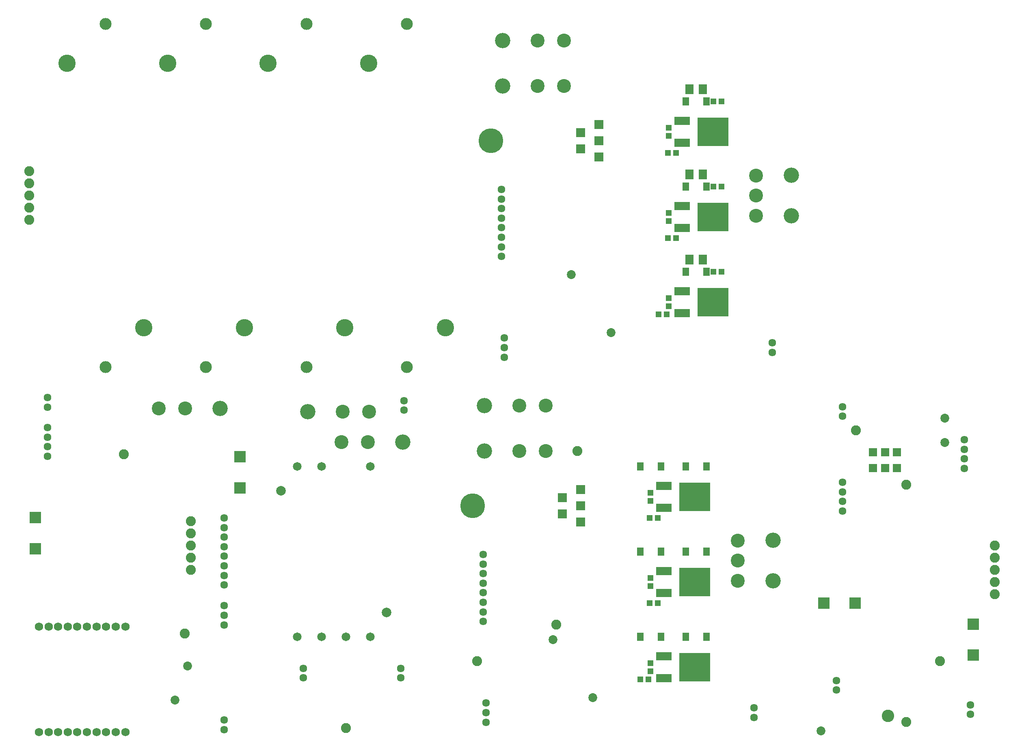
<source format=gbs>
G75*
G70*
%OFA0B0*%
%FSLAX24Y24*%
%IPPOS*%
%LPD*%
%AMOC8*
5,1,8,0,0,1.08239X$1,22.5*
%
%ADD10C,0.0820*%
%ADD11R,0.0966X0.0966*%
%ADD12R,0.0513X0.0513*%
%ADD13R,0.0580X0.0659*%
%ADD14R,0.1261X0.0710*%
%ADD15R,0.2550X0.2360*%
%ADD16C,0.1261*%
%ADD17C,0.1145*%
%ADD18C,0.0680*%
%ADD19C,0.0635*%
%ADD20C,0.0714*%
%ADD21C,0.0792*%
%ADD22R,0.0753X0.0753*%
%ADD23C,0.2030*%
%ADD24R,0.0714X0.0714*%
%ADD25C,0.0980*%
%ADD26C,0.1420*%
%ADD27R,0.0710X0.0789*%
%ADD28C,0.0730*%
%ADD29C,0.1025*%
D10*
X014351Y009304D03*
X014851Y014554D03*
X014851Y015554D03*
X014851Y016554D03*
X014851Y017554D03*
X014851Y018554D03*
X009351Y024054D03*
X001601Y043304D03*
X001601Y044304D03*
X001601Y045304D03*
X001601Y046304D03*
X001601Y047304D03*
X046601Y024304D03*
X044851Y010054D03*
X038351Y007054D03*
X027601Y001554D03*
X069451Y026004D03*
X073601Y021554D03*
X080851Y016554D03*
X080851Y015554D03*
X080851Y014554D03*
X080851Y013554D03*
X080851Y012554D03*
X076351Y007054D03*
X073601Y002054D03*
D11*
X079101Y007525D03*
X079101Y010084D03*
X069380Y011804D03*
X066821Y011804D03*
X018901Y021275D03*
X018901Y023834D03*
X002101Y018834D03*
X002101Y016275D03*
D12*
X051766Y005554D03*
X052435Y005554D03*
X052601Y006220D03*
X052601Y006889D03*
X052516Y011804D03*
X053185Y011804D03*
X052601Y013220D03*
X052601Y013889D03*
X052516Y018804D03*
X053185Y018804D03*
X052601Y020220D03*
X052601Y020889D03*
X053266Y035554D03*
X053935Y035554D03*
X054101Y036220D03*
X054101Y036889D03*
X057766Y039054D03*
X058435Y039054D03*
X054685Y041804D03*
X054016Y041804D03*
X054101Y043220D03*
X054101Y043889D03*
X057766Y046054D03*
X058435Y046054D03*
X054685Y048804D03*
X054016Y048804D03*
X054101Y050220D03*
X054101Y050889D03*
X057766Y053054D03*
X058435Y053054D03*
D13*
X057197Y053054D03*
X055504Y053054D03*
X055504Y046054D03*
X057197Y046054D03*
X057197Y039054D03*
X055504Y039054D03*
X055504Y023054D03*
X057197Y023054D03*
X053447Y023054D03*
X051754Y023054D03*
X051754Y016054D03*
X053447Y016054D03*
X055504Y016054D03*
X057197Y016054D03*
X057197Y009054D03*
X055504Y009054D03*
X053447Y009054D03*
X051754Y009054D03*
D14*
X053691Y007454D03*
X053691Y005654D03*
X053691Y012654D03*
X053691Y014454D03*
X053691Y019654D03*
X053691Y021454D03*
X055191Y035654D03*
X055191Y037454D03*
X055191Y042654D03*
X055191Y044454D03*
X055191Y049654D03*
X055191Y051454D03*
D15*
X057726Y050554D03*
X057726Y043554D03*
X057726Y036554D03*
X056226Y020554D03*
X056226Y013554D03*
X056226Y006554D03*
D16*
X062641Y013649D03*
X062641Y016959D03*
X038951Y024304D03*
X038951Y028054D03*
X032251Y025054D03*
X024451Y027554D03*
X017251Y027804D03*
X040451Y054304D03*
X040451Y058054D03*
X064141Y046959D03*
X064141Y043649D03*
D17*
X061271Y043654D03*
X061271Y045304D03*
X061271Y046954D03*
X045491Y054304D03*
X043321Y054304D03*
X043321Y058054D03*
X045491Y058054D03*
X043991Y028054D03*
X041821Y028054D03*
X041821Y024304D03*
X043991Y024304D03*
X029381Y025054D03*
X027211Y025054D03*
X027321Y027554D03*
X029491Y027554D03*
X014381Y027804D03*
X012211Y027804D03*
X059771Y016954D03*
X059771Y015304D03*
X059771Y013654D03*
D18*
X002388Y001224D03*
X003176Y001224D03*
X003963Y001224D03*
X004750Y001224D03*
X005538Y001224D03*
X006325Y001224D03*
X007113Y001224D03*
X007900Y001224D03*
X008687Y001224D03*
X009475Y001224D03*
X009475Y009885D03*
X008687Y009885D03*
X007900Y009885D03*
X007113Y009885D03*
X006325Y009885D03*
X005538Y009885D03*
X004750Y009885D03*
X003963Y009885D03*
X003176Y009885D03*
X002388Y009885D03*
D19*
X017601Y010017D03*
X017601Y010804D03*
X017601Y011592D03*
X017601Y013298D03*
X017601Y014086D03*
X017601Y014873D03*
X017601Y015661D03*
X017601Y016448D03*
X017601Y017235D03*
X017601Y018023D03*
X017601Y018810D03*
X032351Y027661D03*
X032351Y028448D03*
X040601Y032017D03*
X040601Y032804D03*
X040601Y033592D03*
X040351Y040298D03*
X040351Y041086D03*
X040351Y041873D03*
X040351Y042661D03*
X040351Y043448D03*
X040351Y044235D03*
X040351Y045023D03*
X040351Y045810D03*
X062601Y033198D03*
X062601Y032411D03*
X068351Y027948D03*
X068351Y027161D03*
X068351Y021735D03*
X068351Y020948D03*
X068351Y020161D03*
X068351Y019373D03*
X078351Y022873D03*
X078351Y023661D03*
X078351Y024448D03*
X078351Y025235D03*
X067851Y005448D03*
X067851Y004661D03*
X061101Y003198D03*
X061101Y002411D03*
X078851Y002661D03*
X078851Y003448D03*
X039101Y003592D03*
X039101Y002804D03*
X039101Y002017D03*
X032101Y005661D03*
X032101Y006448D03*
X038851Y010298D03*
X038851Y011086D03*
X038851Y011873D03*
X038851Y012661D03*
X038851Y013448D03*
X038851Y014235D03*
X038851Y015023D03*
X038851Y015810D03*
X024101Y006448D03*
X024101Y005661D03*
X017601Y002198D03*
X017601Y001411D03*
X003101Y023873D03*
X003101Y024661D03*
X003101Y025448D03*
X003101Y026235D03*
X003101Y027911D03*
X003101Y028698D03*
D20*
X023601Y023054D03*
X025601Y023054D03*
X029601Y023054D03*
X029601Y009054D03*
X027601Y009054D03*
X025601Y009054D03*
X023601Y009054D03*
D21*
X030931Y011054D03*
X022270Y021054D03*
D22*
X045351Y020474D03*
X045351Y019134D03*
X046851Y018464D03*
X046851Y019804D03*
X046851Y021144D03*
X048351Y048464D03*
X046851Y049134D03*
X048351Y049804D03*
X048351Y051144D03*
X046851Y050474D03*
D23*
X039481Y049804D03*
X037981Y019804D03*
D24*
X070871Y022904D03*
X071851Y022904D03*
X072831Y022904D03*
X072831Y024204D03*
X071851Y024204D03*
X070871Y024204D03*
D25*
X032601Y031194D03*
X024351Y031194D03*
X016101Y031194D03*
X007851Y031194D03*
X007851Y059414D03*
X016101Y059414D03*
X024351Y059414D03*
X032601Y059414D03*
D26*
X029451Y056179D03*
X021201Y056179D03*
X012951Y056179D03*
X004701Y056179D03*
X011001Y034429D03*
X019251Y034429D03*
X027501Y034429D03*
X035751Y034429D03*
D27*
X055800Y040054D03*
X056902Y040054D03*
X056902Y047054D03*
X055800Y047054D03*
X055800Y054054D03*
X056902Y054054D03*
D28*
X046101Y038804D03*
X049351Y034054D03*
X076751Y027004D03*
X076751Y025004D03*
X047851Y004054D03*
X044601Y008804D03*
X066601Y001304D03*
X014601Y006654D03*
X013551Y003854D03*
D29*
X072101Y002554D03*
M02*

</source>
